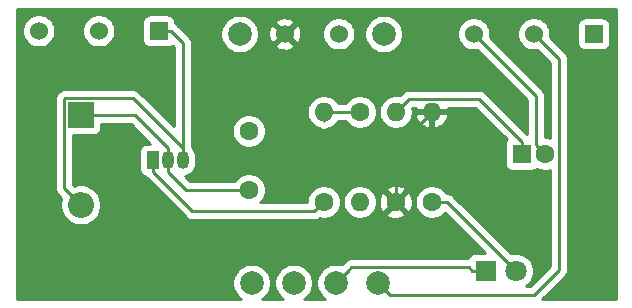
<source format=gbr>
G04 #@! TF.GenerationSoftware,KiCad,Pcbnew,(5.1.5-0-10_14)*
G04 #@! TF.CreationDate,2020-05-24T20:22:30-06:00*
G04 #@! TF.ProjectId,Testing,54657374-696e-4672-9e6b-696361645f70,rev?*
G04 #@! TF.SameCoordinates,Original*
G04 #@! TF.FileFunction,Copper,L1,Top*
G04 #@! TF.FilePolarity,Positive*
%FSLAX46Y46*%
G04 Gerber Fmt 4.6, Leading zero omitted, Abs format (unit mm)*
G04 Created by KiCad (PCBNEW (5.1.5-0-10_14)) date 2020-05-24 20:22:30*
%MOMM*%
%LPD*%
G04 APERTURE LIST*
%ADD10C,1.524000*%
%ADD11R,1.524000X1.524000*%
%ADD12O,2.200000X2.200000*%
%ADD13R,2.200000X2.200000*%
%ADD14O,1.600000X1.600000*%
%ADD15C,1.600000*%
%ADD16C,2.000000*%
%ADD17C,1.800000*%
%ADD18R,1.800000X1.800000*%
%ADD19R,1.600000X1.600000*%
%ADD20R,1.050000X1.500000*%
%ADD21O,1.050000X1.500000*%
%ADD22C,0.250000*%
%ADD23C,0.254000*%
G04 APERTURE END LIST*
D10*
X191262000Y-96774000D03*
X196342000Y-96774000D03*
D11*
X201422000Y-96774000D03*
D10*
X154432000Y-96520000D03*
X159512000Y-96520000D03*
D11*
X164592000Y-96520000D03*
D12*
X157988000Y-111252000D03*
D13*
X157988000Y-103632000D03*
D10*
X179832000Y-96774000D03*
X175260000Y-96774000D03*
D14*
X187706000Y-103378000D03*
D15*
X187706000Y-110998000D03*
D16*
X183642000Y-96774000D03*
X171450000Y-96774000D03*
X183134000Y-117856000D03*
X176022000Y-117856000D03*
X179578000Y-117856000D03*
X172466000Y-117856000D03*
D17*
X194818000Y-116840000D03*
D18*
X192278000Y-116840000D03*
D15*
X181610000Y-103378000D03*
D14*
X181610000Y-110998000D03*
D15*
X172212000Y-109982000D03*
X172212000Y-104982000D03*
X197326000Y-106934000D03*
D19*
X195326000Y-106934000D03*
D20*
X164084000Y-107442000D03*
D21*
X166624000Y-107442000D03*
X165354000Y-107442000D03*
D15*
X178562000Y-110998000D03*
D14*
X178562000Y-103378000D03*
D15*
X184658000Y-110998000D03*
D14*
X184658000Y-103378000D03*
D22*
X177762001Y-111797999D02*
X178562000Y-110998000D01*
X185457999Y-102578001D02*
X184658000Y-103378000D01*
X185783001Y-102252999D02*
X185457999Y-102578001D01*
X195326000Y-105884000D02*
X191694999Y-102252999D01*
X191694999Y-102252999D02*
X185783001Y-102252999D01*
X195326000Y-106934000D02*
X195326000Y-105884000D01*
X164084000Y-107442000D02*
X164084000Y-108442000D01*
X164084000Y-108442000D02*
X167439999Y-111797999D01*
X167439999Y-111797999D02*
X177762001Y-111797999D01*
X178562000Y-104140000D02*
X178562000Y-103378000D01*
X172212000Y-109728000D02*
X172212000Y-109982000D01*
X178562000Y-103378000D02*
X181610000Y-103378000D01*
X171080630Y-109982000D02*
X172212000Y-109982000D01*
X166894000Y-109982000D02*
X171080630Y-109982000D01*
X165354000Y-108442000D02*
X166894000Y-109982000D01*
X165354000Y-107442000D02*
X165354000Y-108442000D01*
X178562000Y-103632000D02*
X178562000Y-103378000D01*
X165354000Y-106442000D02*
X165354000Y-107442000D01*
X162544000Y-103632000D02*
X165354000Y-106442000D01*
X157988000Y-103632000D02*
X162544000Y-103632000D01*
X192023999Y-97535999D02*
X191262000Y-96774000D01*
X196526001Y-106134001D02*
X196526001Y-102038001D01*
X196526001Y-102038001D02*
X192023999Y-97535999D01*
X197326000Y-106934000D02*
X196526001Y-106134001D01*
X156888001Y-110152001D02*
X157988000Y-111252000D01*
X156562999Y-109826999D02*
X156888001Y-110152001D01*
X156562999Y-102271999D02*
X156562999Y-109826999D01*
X156627999Y-102206999D02*
X156562999Y-102271999D01*
X162388999Y-102206999D02*
X156627999Y-102206999D01*
X166624000Y-106442000D02*
X162388999Y-102206999D01*
X166624000Y-106442000D02*
X166624000Y-107442000D01*
X166624000Y-97540000D02*
X166624000Y-106442000D01*
X165604000Y-96520000D02*
X166624000Y-97540000D01*
X164592000Y-96520000D02*
X165604000Y-96520000D01*
X184658000Y-106426000D02*
X187706000Y-103378000D01*
X184658000Y-110998000D02*
X184658000Y-106426000D01*
X194818000Y-116724630D02*
X194818000Y-116840000D01*
X188976000Y-110998000D02*
X194818000Y-116840000D01*
X187706000Y-110998000D02*
X188976000Y-110998000D01*
X180577999Y-116856001D02*
X179578000Y-117856000D01*
X180903001Y-116530999D02*
X180577999Y-116856001D01*
X191128000Y-116840000D02*
X190818999Y-116530999D01*
X190818999Y-116530999D02*
X180903001Y-116530999D01*
X192278000Y-116840000D02*
X191128000Y-116840000D01*
X197103999Y-97535999D02*
X196342000Y-96774000D01*
X198451001Y-98883001D02*
X197103999Y-97535999D01*
X198451001Y-116762999D02*
X198451001Y-98883001D01*
X196358001Y-118855999D02*
X198451001Y-116762999D01*
X184133999Y-118855999D02*
X196358001Y-118855999D01*
X183134000Y-117856000D02*
X184133999Y-118855999D01*
D23*
G36*
X203302001Y-119228000D02*
G01*
X197060801Y-119228000D01*
X198962005Y-117326797D01*
X198991002Y-117303000D01*
X199022783Y-117264275D01*
X199085975Y-117187276D01*
X199156547Y-117055246D01*
X199171793Y-117004986D01*
X199200004Y-116911985D01*
X199211001Y-116800332D01*
X199211001Y-116800322D01*
X199214677Y-116762999D01*
X199211001Y-116725677D01*
X199211001Y-98920323D01*
X199214677Y-98883000D01*
X199211001Y-98845677D01*
X199211001Y-98845668D01*
X199200004Y-98734015D01*
X199156547Y-98590754D01*
X199085975Y-98458725D01*
X199045167Y-98409000D01*
X199014800Y-98371997D01*
X199014796Y-98371993D01*
X198991002Y-98343000D01*
X198962009Y-98319206D01*
X197708372Y-97065571D01*
X197739000Y-96911592D01*
X197739000Y-96636408D01*
X197685314Y-96366510D01*
X197580005Y-96112273D01*
X197513005Y-96012000D01*
X200021928Y-96012000D01*
X200021928Y-97536000D01*
X200034188Y-97660482D01*
X200070498Y-97780180D01*
X200129463Y-97890494D01*
X200208815Y-97987185D01*
X200305506Y-98066537D01*
X200415820Y-98125502D01*
X200535518Y-98161812D01*
X200660000Y-98174072D01*
X202184000Y-98174072D01*
X202308482Y-98161812D01*
X202428180Y-98125502D01*
X202538494Y-98066537D01*
X202635185Y-97987185D01*
X202714537Y-97890494D01*
X202773502Y-97780180D01*
X202809812Y-97660482D01*
X202822072Y-97536000D01*
X202822072Y-96012000D01*
X202809812Y-95887518D01*
X202773502Y-95767820D01*
X202714537Y-95657506D01*
X202635185Y-95560815D01*
X202538494Y-95481463D01*
X202428180Y-95422498D01*
X202308482Y-95386188D01*
X202184000Y-95373928D01*
X200660000Y-95373928D01*
X200535518Y-95386188D01*
X200415820Y-95422498D01*
X200305506Y-95481463D01*
X200208815Y-95560815D01*
X200129463Y-95657506D01*
X200070498Y-95767820D01*
X200034188Y-95887518D01*
X200021928Y-96012000D01*
X197513005Y-96012000D01*
X197427120Y-95883465D01*
X197232535Y-95688880D01*
X197003727Y-95535995D01*
X196749490Y-95430686D01*
X196479592Y-95377000D01*
X196204408Y-95377000D01*
X195934510Y-95430686D01*
X195680273Y-95535995D01*
X195451465Y-95688880D01*
X195256880Y-95883465D01*
X195103995Y-96112273D01*
X194998686Y-96366510D01*
X194945000Y-96636408D01*
X194945000Y-96911592D01*
X194998686Y-97181490D01*
X195103995Y-97435727D01*
X195256880Y-97664535D01*
X195451465Y-97859120D01*
X195680273Y-98012005D01*
X195934510Y-98117314D01*
X196204408Y-98171000D01*
X196479592Y-98171000D01*
X196633571Y-98140372D01*
X197691002Y-99197805D01*
X197691002Y-105543491D01*
X197467335Y-105499000D01*
X197286001Y-105499000D01*
X197286001Y-102075323D01*
X197289677Y-102038000D01*
X197286001Y-102000677D01*
X197286001Y-102000668D01*
X197275004Y-101889015D01*
X197231547Y-101745754D01*
X197160975Y-101613725D01*
X197066002Y-101498000D01*
X197037004Y-101474202D01*
X192628372Y-97065571D01*
X192659000Y-96911592D01*
X192659000Y-96636408D01*
X192605314Y-96366510D01*
X192500005Y-96112273D01*
X192347120Y-95883465D01*
X192152535Y-95688880D01*
X191923727Y-95535995D01*
X191669490Y-95430686D01*
X191399592Y-95377000D01*
X191124408Y-95377000D01*
X190854510Y-95430686D01*
X190600273Y-95535995D01*
X190371465Y-95688880D01*
X190176880Y-95883465D01*
X190023995Y-96112273D01*
X189918686Y-96366510D01*
X189865000Y-96636408D01*
X189865000Y-96911592D01*
X189918686Y-97181490D01*
X190023995Y-97435727D01*
X190176880Y-97664535D01*
X190371465Y-97859120D01*
X190600273Y-98012005D01*
X190854510Y-98117314D01*
X191124408Y-98171000D01*
X191399592Y-98171000D01*
X191553571Y-98140372D01*
X195766002Y-102352804D01*
X195766001Y-105249199D01*
X192258803Y-101742002D01*
X192235000Y-101712998D01*
X192119275Y-101618025D01*
X191987246Y-101547453D01*
X191843985Y-101503996D01*
X191732332Y-101492999D01*
X191732321Y-101492999D01*
X191694999Y-101489323D01*
X191657677Y-101492999D01*
X185820323Y-101492999D01*
X185783000Y-101489323D01*
X185745677Y-101492999D01*
X185745668Y-101492999D01*
X185634015Y-101503996D01*
X185490754Y-101547453D01*
X185358725Y-101618025D01*
X185243000Y-101712998D01*
X185219197Y-101742002D01*
X184981887Y-101979312D01*
X184799335Y-101943000D01*
X184516665Y-101943000D01*
X184239426Y-101998147D01*
X183978273Y-102106320D01*
X183743241Y-102263363D01*
X183543363Y-102463241D01*
X183386320Y-102698273D01*
X183278147Y-102959426D01*
X183223000Y-103236665D01*
X183223000Y-103519335D01*
X183278147Y-103796574D01*
X183386320Y-104057727D01*
X183543363Y-104292759D01*
X183743241Y-104492637D01*
X183978273Y-104649680D01*
X184239426Y-104757853D01*
X184516665Y-104813000D01*
X184799335Y-104813000D01*
X185076574Y-104757853D01*
X185337727Y-104649680D01*
X185572759Y-104492637D01*
X185772637Y-104292759D01*
X185929680Y-104057727D01*
X186037853Y-103796574D01*
X186051684Y-103727040D01*
X186314091Y-103727040D01*
X186408930Y-103991881D01*
X186553615Y-104233131D01*
X186742586Y-104441519D01*
X186968580Y-104609037D01*
X187222913Y-104729246D01*
X187356961Y-104769904D01*
X187579000Y-104647915D01*
X187579000Y-103505000D01*
X187833000Y-103505000D01*
X187833000Y-104647915D01*
X188055039Y-104769904D01*
X188189087Y-104729246D01*
X188443420Y-104609037D01*
X188669414Y-104441519D01*
X188858385Y-104233131D01*
X189003070Y-103991881D01*
X189097909Y-103727040D01*
X188976624Y-103505000D01*
X187833000Y-103505000D01*
X187579000Y-103505000D01*
X186435376Y-103505000D01*
X186314091Y-103727040D01*
X186051684Y-103727040D01*
X186093000Y-103519335D01*
X186093000Y-103236665D01*
X186056688Y-103054113D01*
X186097802Y-103012999D01*
X186319807Y-103012999D01*
X186314091Y-103028960D01*
X186435376Y-103251000D01*
X187579000Y-103251000D01*
X187579000Y-103231000D01*
X187833000Y-103231000D01*
X187833000Y-103251000D01*
X188976624Y-103251000D01*
X189097909Y-103028960D01*
X189092193Y-103012999D01*
X191380198Y-103012999D01*
X194063636Y-105696437D01*
X193995463Y-105779506D01*
X193936498Y-105889820D01*
X193900188Y-106009518D01*
X193887928Y-106134000D01*
X193887928Y-107734000D01*
X193900188Y-107858482D01*
X193936498Y-107978180D01*
X193995463Y-108088494D01*
X194074815Y-108185185D01*
X194171506Y-108264537D01*
X194281820Y-108323502D01*
X194401518Y-108359812D01*
X194526000Y-108372072D01*
X196126000Y-108372072D01*
X196250482Y-108359812D01*
X196370180Y-108323502D01*
X196480494Y-108264537D01*
X196577185Y-108185185D01*
X196590790Y-108168607D01*
X196646273Y-108205680D01*
X196907426Y-108313853D01*
X197184665Y-108369000D01*
X197467335Y-108369000D01*
X197691001Y-108324509D01*
X197691001Y-116448197D01*
X196043200Y-118095999D01*
X195701191Y-118095999D01*
X195796505Y-118032312D01*
X196010312Y-117818505D01*
X196178299Y-117567095D01*
X196294011Y-117287743D01*
X196353000Y-116991184D01*
X196353000Y-116688816D01*
X196294011Y-116392257D01*
X196178299Y-116112905D01*
X196010312Y-115861495D01*
X195796505Y-115647688D01*
X195545095Y-115479701D01*
X195265743Y-115363989D01*
X194969184Y-115305000D01*
X194666816Y-115305000D01*
X194409070Y-115356269D01*
X189539804Y-110487003D01*
X189516001Y-110457999D01*
X189400276Y-110363026D01*
X189268247Y-110292454D01*
X189124986Y-110248997D01*
X189013333Y-110238000D01*
X189013322Y-110238000D01*
X188976000Y-110234324D01*
X188938678Y-110238000D01*
X188924043Y-110238000D01*
X188820637Y-110083241D01*
X188620759Y-109883363D01*
X188385727Y-109726320D01*
X188124574Y-109618147D01*
X187847335Y-109563000D01*
X187564665Y-109563000D01*
X187287426Y-109618147D01*
X187026273Y-109726320D01*
X186791241Y-109883363D01*
X186591363Y-110083241D01*
X186434320Y-110318273D01*
X186326147Y-110579426D01*
X186271000Y-110856665D01*
X186271000Y-111139335D01*
X186326147Y-111416574D01*
X186434320Y-111677727D01*
X186591363Y-111912759D01*
X186791241Y-112112637D01*
X187026273Y-112269680D01*
X187287426Y-112377853D01*
X187564665Y-112433000D01*
X187847335Y-112433000D01*
X188124574Y-112377853D01*
X188385727Y-112269680D01*
X188620759Y-112112637D01*
X188818297Y-111915099D01*
X192205126Y-115301928D01*
X191378000Y-115301928D01*
X191253518Y-115314188D01*
X191133820Y-115350498D01*
X191023506Y-115409463D01*
X190926815Y-115488815D01*
X190847463Y-115585506D01*
X190788498Y-115695820D01*
X190765693Y-115770999D01*
X180940323Y-115770999D01*
X180903000Y-115767323D01*
X180865677Y-115770999D01*
X180865668Y-115770999D01*
X180754015Y-115781996D01*
X180610754Y-115825453D01*
X180478725Y-115896025D01*
X180363000Y-115990998D01*
X180339197Y-116020002D01*
X180069376Y-116289823D01*
X180054912Y-116283832D01*
X179739033Y-116221000D01*
X179416967Y-116221000D01*
X179101088Y-116283832D01*
X178803537Y-116407082D01*
X178535748Y-116586013D01*
X178308013Y-116813748D01*
X178129082Y-117081537D01*
X178005832Y-117379088D01*
X177943000Y-117694967D01*
X177943000Y-118017033D01*
X178005832Y-118332912D01*
X178129082Y-118630463D01*
X178308013Y-118898252D01*
X178535748Y-119125987D01*
X178688421Y-119228000D01*
X176911579Y-119228000D01*
X177064252Y-119125987D01*
X177291987Y-118898252D01*
X177470918Y-118630463D01*
X177594168Y-118332912D01*
X177657000Y-118017033D01*
X177657000Y-117694967D01*
X177594168Y-117379088D01*
X177470918Y-117081537D01*
X177291987Y-116813748D01*
X177064252Y-116586013D01*
X176796463Y-116407082D01*
X176498912Y-116283832D01*
X176183033Y-116221000D01*
X175860967Y-116221000D01*
X175545088Y-116283832D01*
X175247537Y-116407082D01*
X174979748Y-116586013D01*
X174752013Y-116813748D01*
X174573082Y-117081537D01*
X174449832Y-117379088D01*
X174387000Y-117694967D01*
X174387000Y-118017033D01*
X174449832Y-118332912D01*
X174573082Y-118630463D01*
X174752013Y-118898252D01*
X174979748Y-119125987D01*
X175132421Y-119228000D01*
X173355579Y-119228000D01*
X173508252Y-119125987D01*
X173735987Y-118898252D01*
X173914918Y-118630463D01*
X174038168Y-118332912D01*
X174101000Y-118017033D01*
X174101000Y-117694967D01*
X174038168Y-117379088D01*
X173914918Y-117081537D01*
X173735987Y-116813748D01*
X173508252Y-116586013D01*
X173240463Y-116407082D01*
X172942912Y-116283832D01*
X172627033Y-116221000D01*
X172304967Y-116221000D01*
X171989088Y-116283832D01*
X171691537Y-116407082D01*
X171423748Y-116586013D01*
X171196013Y-116813748D01*
X171017082Y-117081537D01*
X170893832Y-117379088D01*
X170831000Y-117694967D01*
X170831000Y-118017033D01*
X170893832Y-118332912D01*
X171017082Y-118630463D01*
X171196013Y-118898252D01*
X171423748Y-119125987D01*
X171576421Y-119228000D01*
X152552000Y-119228000D01*
X152552000Y-102271999D01*
X155799323Y-102271999D01*
X155802999Y-102309321D01*
X155803000Y-109789667D01*
X155799323Y-109826999D01*
X155813997Y-109975984D01*
X155857453Y-110119245D01*
X155928025Y-110251275D01*
X155999200Y-110338001D01*
X156022999Y-110367000D01*
X156051997Y-110390798D01*
X156345286Y-110684087D01*
X156319675Y-110745919D01*
X156253000Y-111081117D01*
X156253000Y-111422883D01*
X156319675Y-111758081D01*
X156450463Y-112073831D01*
X156640337Y-112357998D01*
X156882002Y-112599663D01*
X157166169Y-112789537D01*
X157481919Y-112920325D01*
X157817117Y-112987000D01*
X158158883Y-112987000D01*
X158494081Y-112920325D01*
X158809831Y-112789537D01*
X159093998Y-112599663D01*
X159335663Y-112357998D01*
X159525537Y-112073831D01*
X159656325Y-111758081D01*
X159723000Y-111422883D01*
X159723000Y-111081117D01*
X159656325Y-110745919D01*
X159525537Y-110430169D01*
X159335663Y-110146002D01*
X159093998Y-109904337D01*
X158809831Y-109714463D01*
X158494081Y-109583675D01*
X158158883Y-109517000D01*
X157817117Y-109517000D01*
X157481919Y-109583675D01*
X157420087Y-109609286D01*
X157322999Y-109512198D01*
X157322999Y-105370072D01*
X159088000Y-105370072D01*
X159212482Y-105357812D01*
X159332180Y-105321502D01*
X159442494Y-105262537D01*
X159539185Y-105183185D01*
X159618537Y-105086494D01*
X159677502Y-104976180D01*
X159713812Y-104856482D01*
X159726072Y-104732000D01*
X159726072Y-104392000D01*
X162229199Y-104392000D01*
X163891126Y-106053928D01*
X163559000Y-106053928D01*
X163434518Y-106066188D01*
X163314820Y-106102498D01*
X163204506Y-106161463D01*
X163107815Y-106240815D01*
X163028463Y-106337506D01*
X162969498Y-106447820D01*
X162933188Y-106567518D01*
X162920928Y-106692000D01*
X162920928Y-108192000D01*
X162933188Y-108316482D01*
X162969498Y-108436180D01*
X163028463Y-108546494D01*
X163107815Y-108643185D01*
X163204506Y-108722537D01*
X163314820Y-108781502D01*
X163420916Y-108813686D01*
X163449026Y-108866276D01*
X163520201Y-108953002D01*
X163544000Y-108982001D01*
X163572998Y-109005799D01*
X166876200Y-112309002D01*
X166899998Y-112338000D01*
X167015723Y-112432973D01*
X167147752Y-112503545D01*
X167291013Y-112547002D01*
X167402666Y-112557999D01*
X167402675Y-112557999D01*
X167439998Y-112561675D01*
X167477321Y-112557999D01*
X177724679Y-112557999D01*
X177762001Y-112561675D01*
X177799323Y-112557999D01*
X177799334Y-112557999D01*
X177910987Y-112547002D01*
X178054248Y-112503545D01*
X178186277Y-112432973D01*
X178231978Y-112395467D01*
X178420665Y-112433000D01*
X178703335Y-112433000D01*
X178980574Y-112377853D01*
X179241727Y-112269680D01*
X179476759Y-112112637D01*
X179676637Y-111912759D01*
X179833680Y-111677727D01*
X179941853Y-111416574D01*
X179997000Y-111139335D01*
X179997000Y-110856665D01*
X180175000Y-110856665D01*
X180175000Y-111139335D01*
X180230147Y-111416574D01*
X180338320Y-111677727D01*
X180495363Y-111912759D01*
X180695241Y-112112637D01*
X180930273Y-112269680D01*
X181191426Y-112377853D01*
X181468665Y-112433000D01*
X181751335Y-112433000D01*
X182028574Y-112377853D01*
X182289727Y-112269680D01*
X182524759Y-112112637D01*
X182646694Y-111990702D01*
X183844903Y-111990702D01*
X183916486Y-112234671D01*
X184171996Y-112355571D01*
X184446184Y-112424300D01*
X184728512Y-112438217D01*
X185008130Y-112396787D01*
X185274292Y-112301603D01*
X185399514Y-112234671D01*
X185471097Y-111990702D01*
X184658000Y-111177605D01*
X183844903Y-111990702D01*
X182646694Y-111990702D01*
X182724637Y-111912759D01*
X182881680Y-111677727D01*
X182989853Y-111416574D01*
X183045000Y-111139335D01*
X183045000Y-111068512D01*
X183217783Y-111068512D01*
X183259213Y-111348130D01*
X183354397Y-111614292D01*
X183421329Y-111739514D01*
X183665298Y-111811097D01*
X184478395Y-110998000D01*
X184837605Y-110998000D01*
X185650702Y-111811097D01*
X185894671Y-111739514D01*
X186015571Y-111484004D01*
X186084300Y-111209816D01*
X186098217Y-110927488D01*
X186056787Y-110647870D01*
X185961603Y-110381708D01*
X185894671Y-110256486D01*
X185650702Y-110184903D01*
X184837605Y-110998000D01*
X184478395Y-110998000D01*
X183665298Y-110184903D01*
X183421329Y-110256486D01*
X183300429Y-110511996D01*
X183231700Y-110786184D01*
X183217783Y-111068512D01*
X183045000Y-111068512D01*
X183045000Y-110856665D01*
X182989853Y-110579426D01*
X182881680Y-110318273D01*
X182724637Y-110083241D01*
X182646694Y-110005298D01*
X183844903Y-110005298D01*
X184658000Y-110818395D01*
X185471097Y-110005298D01*
X185399514Y-109761329D01*
X185144004Y-109640429D01*
X184869816Y-109571700D01*
X184587488Y-109557783D01*
X184307870Y-109599213D01*
X184041708Y-109694397D01*
X183916486Y-109761329D01*
X183844903Y-110005298D01*
X182646694Y-110005298D01*
X182524759Y-109883363D01*
X182289727Y-109726320D01*
X182028574Y-109618147D01*
X181751335Y-109563000D01*
X181468665Y-109563000D01*
X181191426Y-109618147D01*
X180930273Y-109726320D01*
X180695241Y-109883363D01*
X180495363Y-110083241D01*
X180338320Y-110318273D01*
X180230147Y-110579426D01*
X180175000Y-110856665D01*
X179997000Y-110856665D01*
X179941853Y-110579426D01*
X179833680Y-110318273D01*
X179676637Y-110083241D01*
X179476759Y-109883363D01*
X179241727Y-109726320D01*
X178980574Y-109618147D01*
X178703335Y-109563000D01*
X178420665Y-109563000D01*
X178143426Y-109618147D01*
X177882273Y-109726320D01*
X177647241Y-109883363D01*
X177447363Y-110083241D01*
X177290320Y-110318273D01*
X177182147Y-110579426D01*
X177127000Y-110856665D01*
X177127000Y-111037999D01*
X173185397Y-111037999D01*
X173326637Y-110896759D01*
X173483680Y-110661727D01*
X173591853Y-110400574D01*
X173647000Y-110123335D01*
X173647000Y-109840665D01*
X173591853Y-109563426D01*
X173483680Y-109302273D01*
X173326637Y-109067241D01*
X173126759Y-108867363D01*
X172891727Y-108710320D01*
X172630574Y-108602147D01*
X172353335Y-108547000D01*
X172070665Y-108547000D01*
X171793426Y-108602147D01*
X171532273Y-108710320D01*
X171297241Y-108867363D01*
X171097363Y-109067241D01*
X170993957Y-109222000D01*
X167208802Y-109222000D01*
X166801893Y-108815091D01*
X166851400Y-108810215D01*
X167070060Y-108743885D01*
X167271579Y-108636171D01*
X167448212Y-108491212D01*
X167593171Y-108314579D01*
X167700885Y-108113059D01*
X167767215Y-107894399D01*
X167784000Y-107723978D01*
X167784000Y-107160021D01*
X167767215Y-106989600D01*
X167700885Y-106770940D01*
X167593171Y-106569421D01*
X167448212Y-106392788D01*
X167384000Y-106340091D01*
X167384000Y-104840665D01*
X170777000Y-104840665D01*
X170777000Y-105123335D01*
X170832147Y-105400574D01*
X170940320Y-105661727D01*
X171097363Y-105896759D01*
X171297241Y-106096637D01*
X171532273Y-106253680D01*
X171793426Y-106361853D01*
X172070665Y-106417000D01*
X172353335Y-106417000D01*
X172630574Y-106361853D01*
X172891727Y-106253680D01*
X173126759Y-106096637D01*
X173326637Y-105896759D01*
X173483680Y-105661727D01*
X173591853Y-105400574D01*
X173647000Y-105123335D01*
X173647000Y-104840665D01*
X173591853Y-104563426D01*
X173483680Y-104302273D01*
X173326637Y-104067241D01*
X173126759Y-103867363D01*
X172891727Y-103710320D01*
X172630574Y-103602147D01*
X172353335Y-103547000D01*
X172070665Y-103547000D01*
X171793426Y-103602147D01*
X171532273Y-103710320D01*
X171297241Y-103867363D01*
X171097363Y-104067241D01*
X170940320Y-104302273D01*
X170832147Y-104563426D01*
X170777000Y-104840665D01*
X167384000Y-104840665D01*
X167384000Y-103236665D01*
X177127000Y-103236665D01*
X177127000Y-103519335D01*
X177182147Y-103796574D01*
X177290320Y-104057727D01*
X177447363Y-104292759D01*
X177647241Y-104492637D01*
X177882273Y-104649680D01*
X178089792Y-104735637D01*
X178137724Y-104774974D01*
X178269753Y-104845546D01*
X178413014Y-104889003D01*
X178562000Y-104903677D01*
X178710985Y-104889003D01*
X178854246Y-104845546D01*
X178986275Y-104774974D01*
X179034207Y-104735637D01*
X179241727Y-104649680D01*
X179476759Y-104492637D01*
X179676637Y-104292759D01*
X179780043Y-104138000D01*
X180391957Y-104138000D01*
X180495363Y-104292759D01*
X180695241Y-104492637D01*
X180930273Y-104649680D01*
X181191426Y-104757853D01*
X181468665Y-104813000D01*
X181751335Y-104813000D01*
X182028574Y-104757853D01*
X182289727Y-104649680D01*
X182524759Y-104492637D01*
X182724637Y-104292759D01*
X182881680Y-104057727D01*
X182989853Y-103796574D01*
X183045000Y-103519335D01*
X183045000Y-103236665D01*
X182989853Y-102959426D01*
X182881680Y-102698273D01*
X182724637Y-102463241D01*
X182524759Y-102263363D01*
X182289727Y-102106320D01*
X182028574Y-101998147D01*
X181751335Y-101943000D01*
X181468665Y-101943000D01*
X181191426Y-101998147D01*
X180930273Y-102106320D01*
X180695241Y-102263363D01*
X180495363Y-102463241D01*
X180391957Y-102618000D01*
X179780043Y-102618000D01*
X179676637Y-102463241D01*
X179476759Y-102263363D01*
X179241727Y-102106320D01*
X178980574Y-101998147D01*
X178703335Y-101943000D01*
X178420665Y-101943000D01*
X178143426Y-101998147D01*
X177882273Y-102106320D01*
X177647241Y-102263363D01*
X177447363Y-102463241D01*
X177290320Y-102698273D01*
X177182147Y-102959426D01*
X177127000Y-103236665D01*
X167384000Y-103236665D01*
X167384000Y-97577323D01*
X167387676Y-97540000D01*
X167384000Y-97502677D01*
X167384000Y-97502667D01*
X167373003Y-97391014D01*
X167329546Y-97247753D01*
X167258974Y-97115724D01*
X167164001Y-96999999D01*
X167135004Y-96976202D01*
X166771769Y-96612967D01*
X169815000Y-96612967D01*
X169815000Y-96935033D01*
X169877832Y-97250912D01*
X170001082Y-97548463D01*
X170180013Y-97816252D01*
X170407748Y-98043987D01*
X170675537Y-98222918D01*
X170973088Y-98346168D01*
X171288967Y-98409000D01*
X171611033Y-98409000D01*
X171926912Y-98346168D01*
X172224463Y-98222918D01*
X172492252Y-98043987D01*
X172719987Y-97816252D01*
X172771227Y-97739565D01*
X174474040Y-97739565D01*
X174541020Y-97979656D01*
X174790048Y-98096756D01*
X175057135Y-98163023D01*
X175332017Y-98175910D01*
X175604133Y-98134922D01*
X175863023Y-98041636D01*
X175978980Y-97979656D01*
X176045960Y-97739565D01*
X175260000Y-96953605D01*
X174474040Y-97739565D01*
X172771227Y-97739565D01*
X172898918Y-97548463D01*
X173022168Y-97250912D01*
X173085000Y-96935033D01*
X173085000Y-96846017D01*
X173858090Y-96846017D01*
X173899078Y-97118133D01*
X173992364Y-97377023D01*
X174054344Y-97492980D01*
X174294435Y-97559960D01*
X175080395Y-96774000D01*
X175439605Y-96774000D01*
X176225565Y-97559960D01*
X176465656Y-97492980D01*
X176582756Y-97243952D01*
X176649023Y-96976865D01*
X176661910Y-96701983D01*
X176652033Y-96636408D01*
X178435000Y-96636408D01*
X178435000Y-96911592D01*
X178488686Y-97181490D01*
X178593995Y-97435727D01*
X178746880Y-97664535D01*
X178941465Y-97859120D01*
X179170273Y-98012005D01*
X179424510Y-98117314D01*
X179694408Y-98171000D01*
X179969592Y-98171000D01*
X180239490Y-98117314D01*
X180493727Y-98012005D01*
X180722535Y-97859120D01*
X180917120Y-97664535D01*
X181070005Y-97435727D01*
X181175314Y-97181490D01*
X181229000Y-96911592D01*
X181229000Y-96636408D01*
X181224338Y-96612967D01*
X182007000Y-96612967D01*
X182007000Y-96935033D01*
X182069832Y-97250912D01*
X182193082Y-97548463D01*
X182372013Y-97816252D01*
X182599748Y-98043987D01*
X182867537Y-98222918D01*
X183165088Y-98346168D01*
X183480967Y-98409000D01*
X183803033Y-98409000D01*
X184118912Y-98346168D01*
X184416463Y-98222918D01*
X184684252Y-98043987D01*
X184911987Y-97816252D01*
X185090918Y-97548463D01*
X185214168Y-97250912D01*
X185277000Y-96935033D01*
X185277000Y-96612967D01*
X185214168Y-96297088D01*
X185090918Y-95999537D01*
X184911987Y-95731748D01*
X184684252Y-95504013D01*
X184416463Y-95325082D01*
X184118912Y-95201832D01*
X183803033Y-95139000D01*
X183480967Y-95139000D01*
X183165088Y-95201832D01*
X182867537Y-95325082D01*
X182599748Y-95504013D01*
X182372013Y-95731748D01*
X182193082Y-95999537D01*
X182069832Y-96297088D01*
X182007000Y-96612967D01*
X181224338Y-96612967D01*
X181175314Y-96366510D01*
X181070005Y-96112273D01*
X180917120Y-95883465D01*
X180722535Y-95688880D01*
X180493727Y-95535995D01*
X180239490Y-95430686D01*
X179969592Y-95377000D01*
X179694408Y-95377000D01*
X179424510Y-95430686D01*
X179170273Y-95535995D01*
X178941465Y-95688880D01*
X178746880Y-95883465D01*
X178593995Y-96112273D01*
X178488686Y-96366510D01*
X178435000Y-96636408D01*
X176652033Y-96636408D01*
X176620922Y-96429867D01*
X176527636Y-96170977D01*
X176465656Y-96055020D01*
X176225565Y-95988040D01*
X175439605Y-96774000D01*
X175080395Y-96774000D01*
X174294435Y-95988040D01*
X174054344Y-96055020D01*
X173937244Y-96304048D01*
X173870977Y-96571135D01*
X173858090Y-96846017D01*
X173085000Y-96846017D01*
X173085000Y-96612967D01*
X173022168Y-96297088D01*
X172898918Y-95999537D01*
X172771228Y-95808435D01*
X174474040Y-95808435D01*
X175260000Y-96594395D01*
X176045960Y-95808435D01*
X175978980Y-95568344D01*
X175729952Y-95451244D01*
X175462865Y-95384977D01*
X175187983Y-95372090D01*
X174915867Y-95413078D01*
X174656977Y-95506364D01*
X174541020Y-95568344D01*
X174474040Y-95808435D01*
X172771228Y-95808435D01*
X172719987Y-95731748D01*
X172492252Y-95504013D01*
X172224463Y-95325082D01*
X171926912Y-95201832D01*
X171611033Y-95139000D01*
X171288967Y-95139000D01*
X170973088Y-95201832D01*
X170675537Y-95325082D01*
X170407748Y-95504013D01*
X170180013Y-95731748D01*
X170001082Y-95999537D01*
X169877832Y-96297088D01*
X169815000Y-96612967D01*
X166771769Y-96612967D01*
X166167804Y-96009002D01*
X166144001Y-95979999D01*
X166028276Y-95885026D01*
X165992072Y-95865674D01*
X165992072Y-95758000D01*
X165979812Y-95633518D01*
X165943502Y-95513820D01*
X165884537Y-95403506D01*
X165805185Y-95306815D01*
X165708494Y-95227463D01*
X165598180Y-95168498D01*
X165478482Y-95132188D01*
X165354000Y-95119928D01*
X163830000Y-95119928D01*
X163705518Y-95132188D01*
X163585820Y-95168498D01*
X163475506Y-95227463D01*
X163378815Y-95306815D01*
X163299463Y-95403506D01*
X163240498Y-95513820D01*
X163204188Y-95633518D01*
X163191928Y-95758000D01*
X163191928Y-97282000D01*
X163204188Y-97406482D01*
X163240498Y-97526180D01*
X163299463Y-97636494D01*
X163378815Y-97733185D01*
X163475506Y-97812537D01*
X163585820Y-97871502D01*
X163705518Y-97907812D01*
X163830000Y-97920072D01*
X165354000Y-97920072D01*
X165478482Y-97907812D01*
X165598180Y-97871502D01*
X165708494Y-97812537D01*
X165770691Y-97761493D01*
X165864000Y-97854802D01*
X165864001Y-104607199D01*
X162952803Y-101696002D01*
X162929000Y-101666998D01*
X162813275Y-101572025D01*
X162681246Y-101501453D01*
X162537985Y-101457996D01*
X162426332Y-101446999D01*
X162426321Y-101446999D01*
X162388999Y-101443323D01*
X162351677Y-101446999D01*
X156665322Y-101446999D01*
X156627999Y-101443323D01*
X156590677Y-101446999D01*
X156590666Y-101446999D01*
X156479013Y-101457996D01*
X156335752Y-101501453D01*
X156203723Y-101572025D01*
X156087998Y-101666998D01*
X156064195Y-101696002D01*
X156052002Y-101708195D01*
X156022998Y-101731998D01*
X155967870Y-101799173D01*
X155928025Y-101847723D01*
X155877098Y-101943000D01*
X155857453Y-101979753D01*
X155813996Y-102123014D01*
X155802999Y-102234667D01*
X155802999Y-102234677D01*
X155799323Y-102271999D01*
X152552000Y-102271999D01*
X152552000Y-96382408D01*
X153035000Y-96382408D01*
X153035000Y-96657592D01*
X153088686Y-96927490D01*
X153193995Y-97181727D01*
X153346880Y-97410535D01*
X153541465Y-97605120D01*
X153770273Y-97758005D01*
X154024510Y-97863314D01*
X154294408Y-97917000D01*
X154569592Y-97917000D01*
X154839490Y-97863314D01*
X155093727Y-97758005D01*
X155322535Y-97605120D01*
X155517120Y-97410535D01*
X155670005Y-97181727D01*
X155775314Y-96927490D01*
X155829000Y-96657592D01*
X155829000Y-96382408D01*
X158115000Y-96382408D01*
X158115000Y-96657592D01*
X158168686Y-96927490D01*
X158273995Y-97181727D01*
X158426880Y-97410535D01*
X158621465Y-97605120D01*
X158850273Y-97758005D01*
X159104510Y-97863314D01*
X159374408Y-97917000D01*
X159649592Y-97917000D01*
X159919490Y-97863314D01*
X160173727Y-97758005D01*
X160402535Y-97605120D01*
X160597120Y-97410535D01*
X160750005Y-97181727D01*
X160855314Y-96927490D01*
X160909000Y-96657592D01*
X160909000Y-96382408D01*
X160855314Y-96112510D01*
X160750005Y-95858273D01*
X160597120Y-95629465D01*
X160402535Y-95434880D01*
X160173727Y-95281995D01*
X159919490Y-95176686D01*
X159649592Y-95123000D01*
X159374408Y-95123000D01*
X159104510Y-95176686D01*
X158850273Y-95281995D01*
X158621465Y-95434880D01*
X158426880Y-95629465D01*
X158273995Y-95858273D01*
X158168686Y-96112510D01*
X158115000Y-96382408D01*
X155829000Y-96382408D01*
X155775314Y-96112510D01*
X155670005Y-95858273D01*
X155517120Y-95629465D01*
X155322535Y-95434880D01*
X155093727Y-95281995D01*
X154839490Y-95176686D01*
X154569592Y-95123000D01*
X154294408Y-95123000D01*
X154024510Y-95176686D01*
X153770273Y-95281995D01*
X153541465Y-95434880D01*
X153346880Y-95629465D01*
X153193995Y-95858273D01*
X153088686Y-96112510D01*
X153035000Y-96382408D01*
X152552000Y-96382408D01*
X152552000Y-94640000D01*
X203302000Y-94640000D01*
X203302001Y-119228000D01*
G37*
X203302001Y-119228000D02*
X197060801Y-119228000D01*
X198962005Y-117326797D01*
X198991002Y-117303000D01*
X199022783Y-117264275D01*
X199085975Y-117187276D01*
X199156547Y-117055246D01*
X199171793Y-117004986D01*
X199200004Y-116911985D01*
X199211001Y-116800332D01*
X199211001Y-116800322D01*
X199214677Y-116762999D01*
X199211001Y-116725677D01*
X199211001Y-98920323D01*
X199214677Y-98883000D01*
X199211001Y-98845677D01*
X199211001Y-98845668D01*
X199200004Y-98734015D01*
X199156547Y-98590754D01*
X199085975Y-98458725D01*
X199045167Y-98409000D01*
X199014800Y-98371997D01*
X199014796Y-98371993D01*
X198991002Y-98343000D01*
X198962009Y-98319206D01*
X197708372Y-97065571D01*
X197739000Y-96911592D01*
X197739000Y-96636408D01*
X197685314Y-96366510D01*
X197580005Y-96112273D01*
X197513005Y-96012000D01*
X200021928Y-96012000D01*
X200021928Y-97536000D01*
X200034188Y-97660482D01*
X200070498Y-97780180D01*
X200129463Y-97890494D01*
X200208815Y-97987185D01*
X200305506Y-98066537D01*
X200415820Y-98125502D01*
X200535518Y-98161812D01*
X200660000Y-98174072D01*
X202184000Y-98174072D01*
X202308482Y-98161812D01*
X202428180Y-98125502D01*
X202538494Y-98066537D01*
X202635185Y-97987185D01*
X202714537Y-97890494D01*
X202773502Y-97780180D01*
X202809812Y-97660482D01*
X202822072Y-97536000D01*
X202822072Y-96012000D01*
X202809812Y-95887518D01*
X202773502Y-95767820D01*
X202714537Y-95657506D01*
X202635185Y-95560815D01*
X202538494Y-95481463D01*
X202428180Y-95422498D01*
X202308482Y-95386188D01*
X202184000Y-95373928D01*
X200660000Y-95373928D01*
X200535518Y-95386188D01*
X200415820Y-95422498D01*
X200305506Y-95481463D01*
X200208815Y-95560815D01*
X200129463Y-95657506D01*
X200070498Y-95767820D01*
X200034188Y-95887518D01*
X200021928Y-96012000D01*
X197513005Y-96012000D01*
X197427120Y-95883465D01*
X197232535Y-95688880D01*
X197003727Y-95535995D01*
X196749490Y-95430686D01*
X196479592Y-95377000D01*
X196204408Y-95377000D01*
X195934510Y-95430686D01*
X195680273Y-95535995D01*
X195451465Y-95688880D01*
X195256880Y-95883465D01*
X195103995Y-96112273D01*
X194998686Y-96366510D01*
X194945000Y-96636408D01*
X194945000Y-96911592D01*
X194998686Y-97181490D01*
X195103995Y-97435727D01*
X195256880Y-97664535D01*
X195451465Y-97859120D01*
X195680273Y-98012005D01*
X195934510Y-98117314D01*
X196204408Y-98171000D01*
X196479592Y-98171000D01*
X196633571Y-98140372D01*
X197691002Y-99197805D01*
X197691002Y-105543491D01*
X197467335Y-105499000D01*
X197286001Y-105499000D01*
X197286001Y-102075323D01*
X197289677Y-102038000D01*
X197286001Y-102000677D01*
X197286001Y-102000668D01*
X197275004Y-101889015D01*
X197231547Y-101745754D01*
X197160975Y-101613725D01*
X197066002Y-101498000D01*
X197037004Y-101474202D01*
X192628372Y-97065571D01*
X192659000Y-96911592D01*
X192659000Y-96636408D01*
X192605314Y-96366510D01*
X192500005Y-96112273D01*
X192347120Y-95883465D01*
X192152535Y-95688880D01*
X191923727Y-95535995D01*
X191669490Y-95430686D01*
X191399592Y-95377000D01*
X191124408Y-95377000D01*
X190854510Y-95430686D01*
X190600273Y-95535995D01*
X190371465Y-95688880D01*
X190176880Y-95883465D01*
X190023995Y-96112273D01*
X189918686Y-96366510D01*
X189865000Y-96636408D01*
X189865000Y-96911592D01*
X189918686Y-97181490D01*
X190023995Y-97435727D01*
X190176880Y-97664535D01*
X190371465Y-97859120D01*
X190600273Y-98012005D01*
X190854510Y-98117314D01*
X191124408Y-98171000D01*
X191399592Y-98171000D01*
X191553571Y-98140372D01*
X195766002Y-102352804D01*
X195766001Y-105249199D01*
X192258803Y-101742002D01*
X192235000Y-101712998D01*
X192119275Y-101618025D01*
X191987246Y-101547453D01*
X191843985Y-101503996D01*
X191732332Y-101492999D01*
X191732321Y-101492999D01*
X191694999Y-101489323D01*
X191657677Y-101492999D01*
X185820323Y-101492999D01*
X185783000Y-101489323D01*
X185745677Y-101492999D01*
X185745668Y-101492999D01*
X185634015Y-101503996D01*
X185490754Y-101547453D01*
X185358725Y-101618025D01*
X185243000Y-101712998D01*
X185219197Y-101742002D01*
X184981887Y-101979312D01*
X184799335Y-101943000D01*
X184516665Y-101943000D01*
X184239426Y-101998147D01*
X183978273Y-102106320D01*
X183743241Y-102263363D01*
X183543363Y-102463241D01*
X183386320Y-102698273D01*
X183278147Y-102959426D01*
X183223000Y-103236665D01*
X183223000Y-103519335D01*
X183278147Y-103796574D01*
X183386320Y-104057727D01*
X183543363Y-104292759D01*
X183743241Y-104492637D01*
X183978273Y-104649680D01*
X184239426Y-104757853D01*
X184516665Y-104813000D01*
X184799335Y-104813000D01*
X185076574Y-104757853D01*
X185337727Y-104649680D01*
X185572759Y-104492637D01*
X185772637Y-104292759D01*
X185929680Y-104057727D01*
X186037853Y-103796574D01*
X186051684Y-103727040D01*
X186314091Y-103727040D01*
X186408930Y-103991881D01*
X186553615Y-104233131D01*
X186742586Y-104441519D01*
X186968580Y-104609037D01*
X187222913Y-104729246D01*
X187356961Y-104769904D01*
X187579000Y-104647915D01*
X187579000Y-103505000D01*
X187833000Y-103505000D01*
X187833000Y-104647915D01*
X188055039Y-104769904D01*
X188189087Y-104729246D01*
X188443420Y-104609037D01*
X188669414Y-104441519D01*
X188858385Y-104233131D01*
X189003070Y-103991881D01*
X189097909Y-103727040D01*
X188976624Y-103505000D01*
X187833000Y-103505000D01*
X187579000Y-103505000D01*
X186435376Y-103505000D01*
X186314091Y-103727040D01*
X186051684Y-103727040D01*
X186093000Y-103519335D01*
X186093000Y-103236665D01*
X186056688Y-103054113D01*
X186097802Y-103012999D01*
X186319807Y-103012999D01*
X186314091Y-103028960D01*
X186435376Y-103251000D01*
X187579000Y-103251000D01*
X187579000Y-103231000D01*
X187833000Y-103231000D01*
X187833000Y-103251000D01*
X188976624Y-103251000D01*
X189097909Y-103028960D01*
X189092193Y-103012999D01*
X191380198Y-103012999D01*
X194063636Y-105696437D01*
X193995463Y-105779506D01*
X193936498Y-105889820D01*
X193900188Y-106009518D01*
X193887928Y-106134000D01*
X193887928Y-107734000D01*
X193900188Y-107858482D01*
X193936498Y-107978180D01*
X193995463Y-108088494D01*
X194074815Y-108185185D01*
X194171506Y-108264537D01*
X194281820Y-108323502D01*
X194401518Y-108359812D01*
X194526000Y-108372072D01*
X196126000Y-108372072D01*
X196250482Y-108359812D01*
X196370180Y-108323502D01*
X196480494Y-108264537D01*
X196577185Y-108185185D01*
X196590790Y-108168607D01*
X196646273Y-108205680D01*
X196907426Y-108313853D01*
X197184665Y-108369000D01*
X197467335Y-108369000D01*
X197691001Y-108324509D01*
X197691001Y-116448197D01*
X196043200Y-118095999D01*
X195701191Y-118095999D01*
X195796505Y-118032312D01*
X196010312Y-117818505D01*
X196178299Y-117567095D01*
X196294011Y-117287743D01*
X196353000Y-116991184D01*
X196353000Y-116688816D01*
X196294011Y-116392257D01*
X196178299Y-116112905D01*
X196010312Y-115861495D01*
X195796505Y-115647688D01*
X195545095Y-115479701D01*
X195265743Y-115363989D01*
X194969184Y-115305000D01*
X194666816Y-115305000D01*
X194409070Y-115356269D01*
X189539804Y-110487003D01*
X189516001Y-110457999D01*
X189400276Y-110363026D01*
X189268247Y-110292454D01*
X189124986Y-110248997D01*
X189013333Y-110238000D01*
X189013322Y-110238000D01*
X188976000Y-110234324D01*
X188938678Y-110238000D01*
X188924043Y-110238000D01*
X188820637Y-110083241D01*
X188620759Y-109883363D01*
X188385727Y-109726320D01*
X188124574Y-109618147D01*
X187847335Y-109563000D01*
X187564665Y-109563000D01*
X187287426Y-109618147D01*
X187026273Y-109726320D01*
X186791241Y-109883363D01*
X186591363Y-110083241D01*
X186434320Y-110318273D01*
X186326147Y-110579426D01*
X186271000Y-110856665D01*
X186271000Y-111139335D01*
X186326147Y-111416574D01*
X186434320Y-111677727D01*
X186591363Y-111912759D01*
X186791241Y-112112637D01*
X187026273Y-112269680D01*
X187287426Y-112377853D01*
X187564665Y-112433000D01*
X187847335Y-112433000D01*
X188124574Y-112377853D01*
X188385727Y-112269680D01*
X188620759Y-112112637D01*
X188818297Y-111915099D01*
X192205126Y-115301928D01*
X191378000Y-115301928D01*
X191253518Y-115314188D01*
X191133820Y-115350498D01*
X191023506Y-115409463D01*
X190926815Y-115488815D01*
X190847463Y-115585506D01*
X190788498Y-115695820D01*
X190765693Y-115770999D01*
X180940323Y-115770999D01*
X180903000Y-115767323D01*
X180865677Y-115770999D01*
X180865668Y-115770999D01*
X180754015Y-115781996D01*
X180610754Y-115825453D01*
X180478725Y-115896025D01*
X180363000Y-115990998D01*
X180339197Y-116020002D01*
X180069376Y-116289823D01*
X180054912Y-116283832D01*
X179739033Y-116221000D01*
X179416967Y-116221000D01*
X179101088Y-116283832D01*
X178803537Y-116407082D01*
X178535748Y-116586013D01*
X178308013Y-116813748D01*
X178129082Y-117081537D01*
X178005832Y-117379088D01*
X177943000Y-117694967D01*
X177943000Y-118017033D01*
X178005832Y-118332912D01*
X178129082Y-118630463D01*
X178308013Y-118898252D01*
X178535748Y-119125987D01*
X178688421Y-119228000D01*
X176911579Y-119228000D01*
X177064252Y-119125987D01*
X177291987Y-118898252D01*
X177470918Y-118630463D01*
X177594168Y-118332912D01*
X177657000Y-118017033D01*
X177657000Y-117694967D01*
X177594168Y-117379088D01*
X177470918Y-117081537D01*
X177291987Y-116813748D01*
X177064252Y-116586013D01*
X176796463Y-116407082D01*
X176498912Y-116283832D01*
X176183033Y-116221000D01*
X175860967Y-116221000D01*
X175545088Y-116283832D01*
X175247537Y-116407082D01*
X174979748Y-116586013D01*
X174752013Y-116813748D01*
X174573082Y-117081537D01*
X174449832Y-117379088D01*
X174387000Y-117694967D01*
X174387000Y-118017033D01*
X174449832Y-118332912D01*
X174573082Y-118630463D01*
X174752013Y-118898252D01*
X174979748Y-119125987D01*
X175132421Y-119228000D01*
X173355579Y-119228000D01*
X173508252Y-119125987D01*
X173735987Y-118898252D01*
X173914918Y-118630463D01*
X174038168Y-118332912D01*
X174101000Y-118017033D01*
X174101000Y-117694967D01*
X174038168Y-117379088D01*
X173914918Y-117081537D01*
X173735987Y-116813748D01*
X173508252Y-116586013D01*
X173240463Y-116407082D01*
X172942912Y-116283832D01*
X172627033Y-116221000D01*
X172304967Y-116221000D01*
X171989088Y-116283832D01*
X171691537Y-116407082D01*
X171423748Y-116586013D01*
X171196013Y-116813748D01*
X171017082Y-117081537D01*
X170893832Y-117379088D01*
X170831000Y-117694967D01*
X170831000Y-118017033D01*
X170893832Y-118332912D01*
X171017082Y-118630463D01*
X171196013Y-118898252D01*
X171423748Y-119125987D01*
X171576421Y-119228000D01*
X152552000Y-119228000D01*
X152552000Y-102271999D01*
X155799323Y-102271999D01*
X155802999Y-102309321D01*
X155803000Y-109789667D01*
X155799323Y-109826999D01*
X155813997Y-109975984D01*
X155857453Y-110119245D01*
X155928025Y-110251275D01*
X155999200Y-110338001D01*
X156022999Y-110367000D01*
X156051997Y-110390798D01*
X156345286Y-110684087D01*
X156319675Y-110745919D01*
X156253000Y-111081117D01*
X156253000Y-111422883D01*
X156319675Y-111758081D01*
X156450463Y-112073831D01*
X156640337Y-112357998D01*
X156882002Y-112599663D01*
X157166169Y-112789537D01*
X157481919Y-112920325D01*
X157817117Y-112987000D01*
X158158883Y-112987000D01*
X158494081Y-112920325D01*
X158809831Y-112789537D01*
X159093998Y-112599663D01*
X159335663Y-112357998D01*
X159525537Y-112073831D01*
X159656325Y-111758081D01*
X159723000Y-111422883D01*
X159723000Y-111081117D01*
X159656325Y-110745919D01*
X159525537Y-110430169D01*
X159335663Y-110146002D01*
X159093998Y-109904337D01*
X158809831Y-109714463D01*
X158494081Y-109583675D01*
X158158883Y-109517000D01*
X157817117Y-109517000D01*
X157481919Y-109583675D01*
X157420087Y-109609286D01*
X157322999Y-109512198D01*
X157322999Y-105370072D01*
X159088000Y-105370072D01*
X159212482Y-105357812D01*
X159332180Y-105321502D01*
X159442494Y-105262537D01*
X159539185Y-105183185D01*
X159618537Y-105086494D01*
X159677502Y-104976180D01*
X159713812Y-104856482D01*
X159726072Y-104732000D01*
X159726072Y-104392000D01*
X162229199Y-104392000D01*
X163891126Y-106053928D01*
X163559000Y-106053928D01*
X163434518Y-106066188D01*
X163314820Y-106102498D01*
X163204506Y-106161463D01*
X163107815Y-106240815D01*
X163028463Y-106337506D01*
X162969498Y-106447820D01*
X162933188Y-106567518D01*
X162920928Y-106692000D01*
X162920928Y-108192000D01*
X162933188Y-108316482D01*
X162969498Y-108436180D01*
X163028463Y-108546494D01*
X163107815Y-108643185D01*
X163204506Y-108722537D01*
X163314820Y-108781502D01*
X163420916Y-108813686D01*
X163449026Y-108866276D01*
X163520201Y-108953002D01*
X163544000Y-108982001D01*
X163572998Y-109005799D01*
X166876200Y-112309002D01*
X166899998Y-112338000D01*
X167015723Y-112432973D01*
X167147752Y-112503545D01*
X167291013Y-112547002D01*
X167402666Y-112557999D01*
X167402675Y-112557999D01*
X167439998Y-112561675D01*
X167477321Y-112557999D01*
X177724679Y-112557999D01*
X177762001Y-112561675D01*
X177799323Y-112557999D01*
X177799334Y-112557999D01*
X177910987Y-112547002D01*
X178054248Y-112503545D01*
X178186277Y-112432973D01*
X178231978Y-112395467D01*
X178420665Y-112433000D01*
X178703335Y-112433000D01*
X178980574Y-112377853D01*
X179241727Y-112269680D01*
X179476759Y-112112637D01*
X179676637Y-111912759D01*
X179833680Y-111677727D01*
X179941853Y-111416574D01*
X179997000Y-111139335D01*
X179997000Y-110856665D01*
X180175000Y-110856665D01*
X180175000Y-111139335D01*
X180230147Y-111416574D01*
X180338320Y-111677727D01*
X180495363Y-111912759D01*
X180695241Y-112112637D01*
X180930273Y-112269680D01*
X181191426Y-112377853D01*
X181468665Y-112433000D01*
X181751335Y-112433000D01*
X182028574Y-112377853D01*
X182289727Y-112269680D01*
X182524759Y-112112637D01*
X182646694Y-111990702D01*
X183844903Y-111990702D01*
X183916486Y-112234671D01*
X184171996Y-112355571D01*
X184446184Y-112424300D01*
X184728512Y-112438217D01*
X185008130Y-112396787D01*
X185274292Y-112301603D01*
X185399514Y-112234671D01*
X185471097Y-111990702D01*
X184658000Y-111177605D01*
X183844903Y-111990702D01*
X182646694Y-111990702D01*
X182724637Y-111912759D01*
X182881680Y-111677727D01*
X182989853Y-111416574D01*
X183045000Y-111139335D01*
X183045000Y-111068512D01*
X183217783Y-111068512D01*
X183259213Y-111348130D01*
X183354397Y-111614292D01*
X183421329Y-111739514D01*
X183665298Y-111811097D01*
X184478395Y-110998000D01*
X184837605Y-110998000D01*
X185650702Y-111811097D01*
X185894671Y-111739514D01*
X186015571Y-111484004D01*
X186084300Y-111209816D01*
X186098217Y-110927488D01*
X186056787Y-110647870D01*
X185961603Y-110381708D01*
X185894671Y-110256486D01*
X185650702Y-110184903D01*
X184837605Y-110998000D01*
X184478395Y-110998000D01*
X183665298Y-110184903D01*
X183421329Y-110256486D01*
X183300429Y-110511996D01*
X183231700Y-110786184D01*
X183217783Y-111068512D01*
X183045000Y-111068512D01*
X183045000Y-110856665D01*
X182989853Y-110579426D01*
X182881680Y-110318273D01*
X182724637Y-110083241D01*
X182646694Y-110005298D01*
X183844903Y-110005298D01*
X184658000Y-110818395D01*
X185471097Y-110005298D01*
X185399514Y-109761329D01*
X185144004Y-109640429D01*
X184869816Y-109571700D01*
X184587488Y-109557783D01*
X184307870Y-109599213D01*
X184041708Y-109694397D01*
X183916486Y-109761329D01*
X183844903Y-110005298D01*
X182646694Y-110005298D01*
X182524759Y-109883363D01*
X182289727Y-109726320D01*
X182028574Y-109618147D01*
X181751335Y-109563000D01*
X181468665Y-109563000D01*
X181191426Y-109618147D01*
X180930273Y-109726320D01*
X180695241Y-109883363D01*
X180495363Y-110083241D01*
X180338320Y-110318273D01*
X180230147Y-110579426D01*
X180175000Y-110856665D01*
X179997000Y-110856665D01*
X179941853Y-110579426D01*
X179833680Y-110318273D01*
X179676637Y-110083241D01*
X179476759Y-109883363D01*
X179241727Y-109726320D01*
X178980574Y-109618147D01*
X178703335Y-109563000D01*
X178420665Y-109563000D01*
X178143426Y-109618147D01*
X177882273Y-109726320D01*
X177647241Y-109883363D01*
X177447363Y-110083241D01*
X177290320Y-110318273D01*
X177182147Y-110579426D01*
X177127000Y-110856665D01*
X177127000Y-111037999D01*
X173185397Y-111037999D01*
X173326637Y-110896759D01*
X173483680Y-110661727D01*
X173591853Y-110400574D01*
X173647000Y-110123335D01*
X173647000Y-109840665D01*
X173591853Y-109563426D01*
X173483680Y-109302273D01*
X173326637Y-109067241D01*
X173126759Y-108867363D01*
X172891727Y-108710320D01*
X172630574Y-108602147D01*
X172353335Y-108547000D01*
X172070665Y-108547000D01*
X171793426Y-108602147D01*
X171532273Y-108710320D01*
X171297241Y-108867363D01*
X171097363Y-109067241D01*
X170993957Y-109222000D01*
X167208802Y-109222000D01*
X166801893Y-108815091D01*
X166851400Y-108810215D01*
X167070060Y-108743885D01*
X167271579Y-108636171D01*
X167448212Y-108491212D01*
X167593171Y-108314579D01*
X167700885Y-108113059D01*
X167767215Y-107894399D01*
X167784000Y-107723978D01*
X167784000Y-107160021D01*
X167767215Y-106989600D01*
X167700885Y-106770940D01*
X167593171Y-106569421D01*
X167448212Y-106392788D01*
X167384000Y-106340091D01*
X167384000Y-104840665D01*
X170777000Y-104840665D01*
X170777000Y-105123335D01*
X170832147Y-105400574D01*
X170940320Y-105661727D01*
X171097363Y-105896759D01*
X171297241Y-106096637D01*
X171532273Y-106253680D01*
X171793426Y-106361853D01*
X172070665Y-106417000D01*
X172353335Y-106417000D01*
X172630574Y-106361853D01*
X172891727Y-106253680D01*
X173126759Y-106096637D01*
X173326637Y-105896759D01*
X173483680Y-105661727D01*
X173591853Y-105400574D01*
X173647000Y-105123335D01*
X173647000Y-104840665D01*
X173591853Y-104563426D01*
X173483680Y-104302273D01*
X173326637Y-104067241D01*
X173126759Y-103867363D01*
X172891727Y-103710320D01*
X172630574Y-103602147D01*
X172353335Y-103547000D01*
X172070665Y-103547000D01*
X171793426Y-103602147D01*
X171532273Y-103710320D01*
X171297241Y-103867363D01*
X171097363Y-104067241D01*
X170940320Y-104302273D01*
X170832147Y-104563426D01*
X170777000Y-104840665D01*
X167384000Y-104840665D01*
X167384000Y-103236665D01*
X177127000Y-103236665D01*
X177127000Y-103519335D01*
X177182147Y-103796574D01*
X177290320Y-104057727D01*
X177447363Y-104292759D01*
X177647241Y-104492637D01*
X177882273Y-104649680D01*
X178089792Y-104735637D01*
X178137724Y-104774974D01*
X178269753Y-104845546D01*
X178413014Y-104889003D01*
X178562000Y-104903677D01*
X178710985Y-104889003D01*
X178854246Y-104845546D01*
X178986275Y-104774974D01*
X179034207Y-104735637D01*
X179241727Y-104649680D01*
X179476759Y-104492637D01*
X179676637Y-104292759D01*
X179780043Y-104138000D01*
X180391957Y-104138000D01*
X180495363Y-104292759D01*
X180695241Y-104492637D01*
X180930273Y-104649680D01*
X181191426Y-104757853D01*
X181468665Y-104813000D01*
X181751335Y-104813000D01*
X182028574Y-104757853D01*
X182289727Y-104649680D01*
X182524759Y-104492637D01*
X182724637Y-104292759D01*
X182881680Y-104057727D01*
X182989853Y-103796574D01*
X183045000Y-103519335D01*
X183045000Y-103236665D01*
X182989853Y-102959426D01*
X182881680Y-102698273D01*
X182724637Y-102463241D01*
X182524759Y-102263363D01*
X182289727Y-102106320D01*
X182028574Y-101998147D01*
X181751335Y-101943000D01*
X181468665Y-101943000D01*
X181191426Y-101998147D01*
X180930273Y-102106320D01*
X180695241Y-102263363D01*
X180495363Y-102463241D01*
X180391957Y-102618000D01*
X179780043Y-102618000D01*
X179676637Y-102463241D01*
X179476759Y-102263363D01*
X179241727Y-102106320D01*
X178980574Y-101998147D01*
X178703335Y-101943000D01*
X178420665Y-101943000D01*
X178143426Y-101998147D01*
X177882273Y-102106320D01*
X177647241Y-102263363D01*
X177447363Y-102463241D01*
X177290320Y-102698273D01*
X177182147Y-102959426D01*
X177127000Y-103236665D01*
X167384000Y-103236665D01*
X167384000Y-97577323D01*
X167387676Y-97540000D01*
X167384000Y-97502677D01*
X167384000Y-97502667D01*
X167373003Y-97391014D01*
X167329546Y-97247753D01*
X167258974Y-97115724D01*
X167164001Y-96999999D01*
X167135004Y-96976202D01*
X166771769Y-96612967D01*
X169815000Y-96612967D01*
X169815000Y-96935033D01*
X169877832Y-97250912D01*
X170001082Y-97548463D01*
X170180013Y-97816252D01*
X170407748Y-98043987D01*
X170675537Y-98222918D01*
X170973088Y-98346168D01*
X171288967Y-98409000D01*
X171611033Y-98409000D01*
X171926912Y-98346168D01*
X172224463Y-98222918D01*
X172492252Y-98043987D01*
X172719987Y-97816252D01*
X172771227Y-97739565D01*
X174474040Y-97739565D01*
X174541020Y-97979656D01*
X174790048Y-98096756D01*
X175057135Y-98163023D01*
X175332017Y-98175910D01*
X175604133Y-98134922D01*
X175863023Y-98041636D01*
X175978980Y-97979656D01*
X176045960Y-97739565D01*
X175260000Y-96953605D01*
X174474040Y-97739565D01*
X172771227Y-97739565D01*
X172898918Y-97548463D01*
X173022168Y-97250912D01*
X173085000Y-96935033D01*
X173085000Y-96846017D01*
X173858090Y-96846017D01*
X173899078Y-97118133D01*
X173992364Y-97377023D01*
X174054344Y-97492980D01*
X174294435Y-97559960D01*
X175080395Y-96774000D01*
X175439605Y-96774000D01*
X176225565Y-97559960D01*
X176465656Y-97492980D01*
X176582756Y-97243952D01*
X176649023Y-96976865D01*
X176661910Y-96701983D01*
X176652033Y-96636408D01*
X178435000Y-96636408D01*
X178435000Y-96911592D01*
X178488686Y-97181490D01*
X178593995Y-97435727D01*
X178746880Y-97664535D01*
X178941465Y-97859120D01*
X179170273Y-98012005D01*
X179424510Y-98117314D01*
X179694408Y-98171000D01*
X179969592Y-98171000D01*
X180239490Y-98117314D01*
X180493727Y-98012005D01*
X180722535Y-97859120D01*
X180917120Y-97664535D01*
X181070005Y-97435727D01*
X181175314Y-97181490D01*
X181229000Y-96911592D01*
X181229000Y-96636408D01*
X181224338Y-96612967D01*
X182007000Y-96612967D01*
X182007000Y-96935033D01*
X182069832Y-97250912D01*
X182193082Y-97548463D01*
X182372013Y-97816252D01*
X182599748Y-98043987D01*
X182867537Y-98222918D01*
X183165088Y-98346168D01*
X183480967Y-98409000D01*
X183803033Y-98409000D01*
X184118912Y-98346168D01*
X184416463Y-98222918D01*
X184684252Y-98043987D01*
X184911987Y-97816252D01*
X185090918Y-97548463D01*
X185214168Y-97250912D01*
X185277000Y-96935033D01*
X185277000Y-96612967D01*
X185214168Y-96297088D01*
X185090918Y-95999537D01*
X184911987Y-95731748D01*
X184684252Y-95504013D01*
X184416463Y-95325082D01*
X184118912Y-95201832D01*
X183803033Y-95139000D01*
X183480967Y-95139000D01*
X183165088Y-95201832D01*
X182867537Y-95325082D01*
X182599748Y-95504013D01*
X182372013Y-95731748D01*
X182193082Y-95999537D01*
X182069832Y-96297088D01*
X182007000Y-96612967D01*
X181224338Y-96612967D01*
X181175314Y-96366510D01*
X181070005Y-96112273D01*
X180917120Y-95883465D01*
X180722535Y-95688880D01*
X180493727Y-95535995D01*
X180239490Y-95430686D01*
X179969592Y-95377000D01*
X179694408Y-95377000D01*
X179424510Y-95430686D01*
X179170273Y-95535995D01*
X178941465Y-95688880D01*
X178746880Y-95883465D01*
X178593995Y-96112273D01*
X178488686Y-96366510D01*
X178435000Y-96636408D01*
X176652033Y-96636408D01*
X176620922Y-96429867D01*
X176527636Y-96170977D01*
X176465656Y-96055020D01*
X176225565Y-95988040D01*
X175439605Y-96774000D01*
X175080395Y-96774000D01*
X174294435Y-95988040D01*
X174054344Y-96055020D01*
X173937244Y-96304048D01*
X173870977Y-96571135D01*
X173858090Y-96846017D01*
X173085000Y-96846017D01*
X173085000Y-96612967D01*
X173022168Y-96297088D01*
X172898918Y-95999537D01*
X172771228Y-95808435D01*
X174474040Y-95808435D01*
X175260000Y-96594395D01*
X176045960Y-95808435D01*
X175978980Y-95568344D01*
X175729952Y-95451244D01*
X175462865Y-95384977D01*
X175187983Y-95372090D01*
X174915867Y-95413078D01*
X174656977Y-95506364D01*
X174541020Y-95568344D01*
X174474040Y-95808435D01*
X172771228Y-95808435D01*
X172719987Y-95731748D01*
X172492252Y-95504013D01*
X172224463Y-95325082D01*
X171926912Y-95201832D01*
X171611033Y-95139000D01*
X171288967Y-95139000D01*
X170973088Y-95201832D01*
X170675537Y-95325082D01*
X170407748Y-95504013D01*
X170180013Y-95731748D01*
X170001082Y-95999537D01*
X169877832Y-96297088D01*
X169815000Y-96612967D01*
X166771769Y-96612967D01*
X166167804Y-96009002D01*
X166144001Y-95979999D01*
X166028276Y-95885026D01*
X165992072Y-95865674D01*
X165992072Y-95758000D01*
X165979812Y-95633518D01*
X165943502Y-95513820D01*
X165884537Y-95403506D01*
X165805185Y-95306815D01*
X165708494Y-95227463D01*
X165598180Y-95168498D01*
X165478482Y-95132188D01*
X165354000Y-95119928D01*
X163830000Y-95119928D01*
X163705518Y-95132188D01*
X163585820Y-95168498D01*
X163475506Y-95227463D01*
X163378815Y-95306815D01*
X163299463Y-95403506D01*
X163240498Y-95513820D01*
X163204188Y-95633518D01*
X163191928Y-95758000D01*
X163191928Y-97282000D01*
X163204188Y-97406482D01*
X163240498Y-97526180D01*
X163299463Y-97636494D01*
X163378815Y-97733185D01*
X163475506Y-97812537D01*
X163585820Y-97871502D01*
X163705518Y-97907812D01*
X163830000Y-97920072D01*
X165354000Y-97920072D01*
X165478482Y-97907812D01*
X165598180Y-97871502D01*
X165708494Y-97812537D01*
X165770691Y-97761493D01*
X165864000Y-97854802D01*
X165864001Y-104607199D01*
X162952803Y-101696002D01*
X162929000Y-101666998D01*
X162813275Y-101572025D01*
X162681246Y-101501453D01*
X162537985Y-101457996D01*
X162426332Y-101446999D01*
X162426321Y-101446999D01*
X162388999Y-101443323D01*
X162351677Y-101446999D01*
X156665322Y-101446999D01*
X156627999Y-101443323D01*
X156590677Y-101446999D01*
X156590666Y-101446999D01*
X156479013Y-101457996D01*
X156335752Y-101501453D01*
X156203723Y-101572025D01*
X156087998Y-101666998D01*
X156064195Y-101696002D01*
X156052002Y-101708195D01*
X156022998Y-101731998D01*
X155967870Y-101799173D01*
X155928025Y-101847723D01*
X155877098Y-101943000D01*
X155857453Y-101979753D01*
X155813996Y-102123014D01*
X155802999Y-102234667D01*
X155802999Y-102234677D01*
X155799323Y-102271999D01*
X152552000Y-102271999D01*
X152552000Y-96382408D01*
X153035000Y-96382408D01*
X153035000Y-96657592D01*
X153088686Y-96927490D01*
X153193995Y-97181727D01*
X153346880Y-97410535D01*
X153541465Y-97605120D01*
X153770273Y-97758005D01*
X154024510Y-97863314D01*
X154294408Y-97917000D01*
X154569592Y-97917000D01*
X154839490Y-97863314D01*
X155093727Y-97758005D01*
X155322535Y-97605120D01*
X155517120Y-97410535D01*
X155670005Y-97181727D01*
X155775314Y-96927490D01*
X155829000Y-96657592D01*
X155829000Y-96382408D01*
X158115000Y-96382408D01*
X158115000Y-96657592D01*
X158168686Y-96927490D01*
X158273995Y-97181727D01*
X158426880Y-97410535D01*
X158621465Y-97605120D01*
X158850273Y-97758005D01*
X159104510Y-97863314D01*
X159374408Y-97917000D01*
X159649592Y-97917000D01*
X159919490Y-97863314D01*
X160173727Y-97758005D01*
X160402535Y-97605120D01*
X160597120Y-97410535D01*
X160750005Y-97181727D01*
X160855314Y-96927490D01*
X160909000Y-96657592D01*
X160909000Y-96382408D01*
X160855314Y-96112510D01*
X160750005Y-95858273D01*
X160597120Y-95629465D01*
X160402535Y-95434880D01*
X160173727Y-95281995D01*
X159919490Y-95176686D01*
X159649592Y-95123000D01*
X159374408Y-95123000D01*
X159104510Y-95176686D01*
X158850273Y-95281995D01*
X158621465Y-95434880D01*
X158426880Y-95629465D01*
X158273995Y-95858273D01*
X158168686Y-96112510D01*
X158115000Y-96382408D01*
X155829000Y-96382408D01*
X155775314Y-96112510D01*
X155670005Y-95858273D01*
X155517120Y-95629465D01*
X155322535Y-95434880D01*
X155093727Y-95281995D01*
X154839490Y-95176686D01*
X154569592Y-95123000D01*
X154294408Y-95123000D01*
X154024510Y-95176686D01*
X153770273Y-95281995D01*
X153541465Y-95434880D01*
X153346880Y-95629465D01*
X153193995Y-95858273D01*
X153088686Y-96112510D01*
X153035000Y-96382408D01*
X152552000Y-96382408D01*
X152552000Y-94640000D01*
X203302000Y-94640000D01*
X203302001Y-119228000D01*
M02*

</source>
